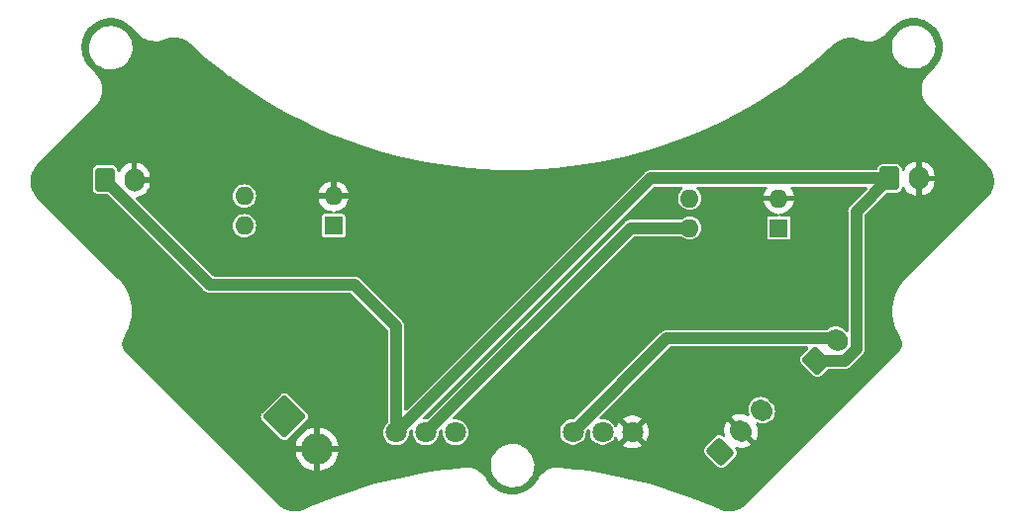
<source format=gbr>
%TF.GenerationSoftware,KiCad,Pcbnew,7.0.9*%
%TF.CreationDate,2024-12-16T15:20:58+09:00*%
%TF.ProjectId,kicker,6b69636b-6572-42e6-9b69-6361645f7063,rev?*%
%TF.SameCoordinates,Original*%
%TF.FileFunction,Copper,L2,Bot*%
%TF.FilePolarity,Positive*%
%FSLAX46Y46*%
G04 Gerber Fmt 4.6, Leading zero omitted, Abs format (unit mm)*
G04 Created by KiCad (PCBNEW 7.0.9) date 2024-12-16 15:20:58*
%MOMM*%
%LPD*%
G01*
G04 APERTURE LIST*
G04 Aperture macros list*
%AMRoundRect*
0 Rectangle with rounded corners*
0 $1 Rounding radius*
0 $2 $3 $4 $5 $6 $7 $8 $9 X,Y pos of 4 corners*
0 Add a 4 corners polygon primitive as box body*
4,1,4,$2,$3,$4,$5,$6,$7,$8,$9,$2,$3,0*
0 Add four circle primitives for the rounded corners*
1,1,$1+$1,$2,$3*
1,1,$1+$1,$4,$5*
1,1,$1+$1,$6,$7*
1,1,$1+$1,$8,$9*
0 Add four rect primitives between the rounded corners*
20,1,$1+$1,$2,$3,$4,$5,0*
20,1,$1+$1,$4,$5,$6,$7,0*
20,1,$1+$1,$6,$7,$8,$9,0*
20,1,$1+$1,$8,$9,$2,$3,0*%
%AMHorizOval*
0 Thick line with rounded ends*
0 $1 width*
0 $2 $3 position (X,Y) of the first rounded end (center of the circle)*
0 $4 $5 position (X,Y) of the second rounded end (center of the circle)*
0 Add line between two ends*
20,1,$1,$2,$3,$4,$5,0*
0 Add two circle primitives to create the rounded ends*
1,1,$1,$2,$3*
1,1,$1,$4,$5*%
G04 Aperture macros list end*
%TA.AperFunction,ComponentPad*%
%ADD10RoundRect,0.250001X-1.555634X0.000000X0.000000X-1.555634X1.555634X0.000000X0.000000X1.555634X0*%
%TD*%
%TA.AperFunction,ComponentPad*%
%ADD11C,2.700000*%
%TD*%
%TA.AperFunction,ComponentPad*%
%ADD12RoundRect,0.250000X0.106066X-0.954594X0.954594X-0.106066X-0.106066X0.954594X-0.954594X0.106066X0*%
%TD*%
%TA.AperFunction,ComponentPad*%
%ADD13HorizOval,1.700000X-0.106066X0.106066X0.106066X-0.106066X0*%
%TD*%
%TA.AperFunction,ComponentPad*%
%ADD14RoundRect,0.250000X-0.600000X-0.750000X0.600000X-0.750000X0.600000X0.750000X-0.600000X0.750000X0*%
%TD*%
%TA.AperFunction,ComponentPad*%
%ADD15O,1.700000X2.000000*%
%TD*%
%TA.AperFunction,ComponentPad*%
%ADD16R,1.600000X1.600000*%
%TD*%
%TA.AperFunction,ComponentPad*%
%ADD17O,1.600000X1.600000*%
%TD*%
%TA.AperFunction,ComponentPad*%
%ADD18RoundRect,0.250000X0.088388X-0.936916X0.936916X-0.088388X-0.088388X0.936916X-0.936916X0.088388X0*%
%TD*%
%TA.AperFunction,ComponentPad*%
%ADD19HorizOval,1.700000X-0.088388X0.088388X0.088388X-0.088388X0*%
%TD*%
%TA.AperFunction,ComponentPad*%
%ADD20C,1.800000*%
%TD*%
%TA.AperFunction,ViaPad*%
%ADD21C,0.800000*%
%TD*%
%TA.AperFunction,Conductor*%
%ADD22C,1.000000*%
%TD*%
G04 APERTURE END LIST*
D10*
%TO.P,J1,1,Pin_1*%
%TO.N,+48V*%
X164160000Y-75660000D03*
D11*
%TO.P,J1,2,Pin_2*%
%TO.N,GND*%
X166960143Y-78460143D03*
%TD*%
D12*
%TO.P,J4,1,Pin_1*%
%TO.N,Solenoid+*%
X209640000Y-70880000D03*
D13*
%TO.P,J4,2,Pin_2*%
%TO.N,Solenoid-*%
X211407767Y-69112233D03*
%TD*%
D14*
%TO.P,C1,1*%
%TO.N,Solenoid+*%
X148820000Y-55370000D03*
D15*
%TO.P,C1,2*%
%TO.N,GND*%
X151320000Y-55370000D03*
%TD*%
D16*
%TO.P,U1,1*%
%TO.N,Net-(R1-Pad2)*%
X206430000Y-59515000D03*
D17*
%TO.P,U1,2*%
%TO.N,GND*%
X206430000Y-56975000D03*
%TO.P,U1,3*%
%TO.N,Net-(R6-Pad1)*%
X198810000Y-56975000D03*
%TO.P,U1,4*%
%TO.N,Net-(Q1-G)*%
X198810000Y-59515000D03*
%TD*%
D18*
%TO.P,J3,1,Pin_1*%
%TO.N,FET1*%
X201430000Y-78660000D03*
D19*
%TO.P,J3,2,Pin_2*%
%TO.N,GND*%
X203197767Y-76892233D03*
%TO.P,J3,3,Pin_3*%
%TO.N,FET\uFF12*%
X204965534Y-75124466D03*
%TD*%
D20*
%TO.P,Q1,1,D*%
%TO.N,Solenoid+*%
X173720000Y-77031000D03*
%TO.P,Q1,2,G*%
%TO.N,Net-(Q1-G)*%
X176260000Y-77031000D03*
%TO.P,Q1,3,S*%
%TO.N,+48V*%
X178800000Y-77031000D03*
%TD*%
D14*
%TO.P,C2,1*%
%TO.N,Solenoid+*%
X215890000Y-55280000D03*
D15*
%TO.P,C2,2*%
%TO.N,GND*%
X218390000Y-55280000D03*
%TD*%
D20*
%TO.P,Q3,1,D*%
%TO.N,Solenoid-*%
X188830000Y-76980000D03*
%TO.P,Q3,2,G*%
%TO.N,Net-(Q3-G)*%
X191370000Y-76980000D03*
%TO.P,Q3,3,S*%
%TO.N,GND*%
X193910000Y-76980000D03*
%TD*%
D16*
%TO.P,U2,1*%
%TO.N,Net-(R8-Pad2)*%
X168360000Y-59320000D03*
D17*
%TO.P,U2,2*%
%TO.N,GND*%
X168360000Y-56780000D03*
%TO.P,U2,3*%
%TO.N,Net-(R3-Pad2)*%
X160740000Y-56780000D03*
%TO.P,U2,4*%
%TO.N,+15V*%
X160740000Y-59320000D03*
%TD*%
D21*
%TO.N,GND*%
X199644000Y-72288400D03*
X199771000Y-77216000D03*
X194487800Y-57988200D03*
X212572600Y-56591200D03*
X193243200Y-70637400D03*
X187528200Y-67894200D03*
X187045600Y-70535800D03*
X170230800Y-58039000D03*
X153289000Y-56845200D03*
X163690000Y-70750000D03*
X166370000Y-65730000D03*
%TD*%
D22*
%TO.N,Solenoid+*%
X173720000Y-77031000D02*
X173720000Y-67980000D01*
X173720000Y-67980000D02*
X170120000Y-64380000D01*
X195471000Y-55280000D02*
X215890000Y-55280000D01*
X209640000Y-70880000D02*
X212044164Y-70880000D01*
X213063833Y-58106167D02*
X215890000Y-55280000D01*
X173720000Y-77031000D02*
X195471000Y-55280000D01*
X170120000Y-64380000D02*
X157830000Y-64380000D01*
X212044164Y-70880000D02*
X213063833Y-69860331D01*
X157830000Y-64380000D02*
X148820000Y-55370000D01*
X213063833Y-69860331D02*
X213063833Y-58106167D01*
%TO.N,Solenoid-*%
X196839492Y-68970508D02*
X211266042Y-68970508D01*
X188830000Y-76980000D02*
X196839492Y-68970508D01*
X211266042Y-68970508D02*
X211407767Y-69112233D01*
%TO.N,Net-(Q1-G)*%
X176260000Y-77031000D02*
X193776000Y-59515000D01*
X193776000Y-59515000D02*
X198810000Y-59515000D01*
%TD*%
%TA.AperFunction,Conductor*%
%TO.N,GND*%
G36*
X218079046Y-41544843D02*
G01*
X218084575Y-41545154D01*
X218242819Y-41561193D01*
X218384611Y-41580779D01*
X218389728Y-41581708D01*
X218544709Y-41616665D01*
X218683374Y-41653988D01*
X218688073Y-41655457D01*
X218721476Y-41667373D01*
X218836252Y-41708319D01*
X218838890Y-41709328D01*
X218970866Y-41763359D01*
X218975027Y-41765248D01*
X219115656Y-41835536D01*
X219118381Y-41836986D01*
X219242641Y-41907186D01*
X219246332Y-41909445D01*
X219377352Y-41996098D01*
X219380153Y-41998065D01*
X219494674Y-42083314D01*
X219497838Y-42085834D01*
X219516666Y-42101859D01*
X219617414Y-42187609D01*
X219620180Y-42190112D01*
X219723138Y-42289067D01*
X219725755Y-42291738D01*
X219832174Y-42407166D01*
X219834805Y-42410214D01*
X219924549Y-42521294D01*
X219926639Y-42524033D01*
X220018385Y-42651467D01*
X220020789Y-42655065D01*
X220020802Y-42655085D01*
X220095864Y-42776450D01*
X220097446Y-42779159D01*
X220173220Y-42916829D01*
X220175303Y-42920974D01*
X220234501Y-43050653D01*
X220235623Y-43053269D01*
X220294318Y-43199236D01*
X220295979Y-43203894D01*
X220338768Y-43340967D01*
X220379829Y-43494394D01*
X220380970Y-43499513D01*
X220406164Y-43640430D01*
X220428459Y-43797880D01*
X220428990Y-43803399D01*
X220436293Y-43945758D01*
X220439455Y-44105072D01*
X220439295Y-44110914D01*
X220428759Y-44252260D01*
X220412638Y-44411337D01*
X220411717Y-44417411D01*
X220383777Y-44555191D01*
X220348406Y-44712021D01*
X220346664Y-44718224D01*
X220302241Y-44849750D01*
X220247723Y-45002580D01*
X220245115Y-45008799D01*
X220185902Y-45130944D01*
X220112096Y-45278621D01*
X220108595Y-45284732D01*
X220038447Y-45392492D01*
X219943572Y-45535949D01*
X219939165Y-45541825D01*
X219878377Y-45613595D01*
X219746508Y-45768533D01*
X219743133Y-45772191D01*
X219243085Y-46272238D01*
X219154769Y-46360553D01*
X219154766Y-46360556D01*
X218995129Y-46568592D01*
X218995125Y-46568597D01*
X218864011Y-46795687D01*
X218864006Y-46795698D01*
X218763646Y-47037980D01*
X218695772Y-47291286D01*
X218661543Y-47551272D01*
X218661543Y-47813528D01*
X218695772Y-48073514D01*
X218763646Y-48326820D01*
X218763652Y-48326837D01*
X218864000Y-48569088D01*
X218864011Y-48569112D01*
X218995126Y-48796203D01*
X218995130Y-48796208D01*
X219154766Y-49004243D01*
X219154776Y-49004254D01*
X219240349Y-49089825D01*
X219240353Y-49089830D01*
X219247420Y-49096897D01*
X219247421Y-49096898D01*
X224239618Y-54089094D01*
X224242378Y-54092041D01*
X224296401Y-54153642D01*
X224415671Y-54291284D01*
X224420361Y-54297433D01*
X224486282Y-54396089D01*
X224566052Y-54520211D01*
X224569503Y-54526314D01*
X224625113Y-54639079D01*
X224640129Y-54671959D01*
X224676600Y-54751818D01*
X224683762Y-54767499D01*
X224686076Y-54773330D01*
X224727464Y-54895254D01*
X224766608Y-55028563D01*
X224767928Y-55033937D01*
X224793034Y-55160147D01*
X224793595Y-55163420D01*
X224813022Y-55298539D01*
X224813521Y-55303309D01*
X224821973Y-55432261D01*
X224822106Y-55436318D01*
X224822106Y-55572455D01*
X224821973Y-55576511D01*
X224813521Y-55705485D01*
X224813022Y-55710256D01*
X224793600Y-55845347D01*
X224793039Y-55848619D01*
X224767932Y-55974848D01*
X224766611Y-55980222D01*
X224727467Y-56113534D01*
X224686083Y-56235446D01*
X224683770Y-56241275D01*
X224625122Y-56369702D01*
X224569513Y-56482466D01*
X224566062Y-56488569D01*
X224486287Y-56612703D01*
X224420393Y-56711322D01*
X224415691Y-56717487D01*
X224294976Y-56856783D01*
X224242578Y-56916530D01*
X224239804Y-56919492D01*
X217353386Y-63805909D01*
X217353324Y-63805942D01*
X217187854Y-63971450D01*
X217187850Y-63971454D01*
X216954042Y-64252384D01*
X216746835Y-64553441D01*
X216567934Y-64872143D01*
X216567932Y-64872147D01*
X216418835Y-65205822D01*
X216418832Y-65205831D01*
X216300774Y-65551720D01*
X216214742Y-65906933D01*
X216188077Y-66087864D01*
X216161453Y-66268515D01*
X216141352Y-66633421D01*
X216141352Y-66633458D01*
X216154603Y-66998663D01*
X216154606Y-66998702D01*
X216201101Y-67361195D01*
X216240730Y-67539359D01*
X216279466Y-67713512D01*
X216280456Y-67717960D01*
X216392002Y-68065997D01*
X216392003Y-68065998D01*
X216392004Y-68066001D01*
X216418528Y-68128482D01*
X216534815Y-68402417D01*
X216534819Y-68402425D01*
X216707704Y-68724413D01*
X216707708Y-68724419D01*
X216707715Y-68724432D01*
X216798144Y-68861281D01*
X216798183Y-68861365D01*
X216806984Y-68874663D01*
X216809741Y-68879246D01*
X216827918Y-68912647D01*
X216888762Y-69027770D01*
X216896551Y-69045850D01*
X216918040Y-69109153D01*
X216947452Y-69207513D01*
X216949299Y-69215646D01*
X216961214Y-69291358D01*
X216961689Y-69295121D01*
X216970766Y-69390451D01*
X216971038Y-69397269D01*
X216969854Y-69475748D01*
X216969547Y-69481047D01*
X216960051Y-69575031D01*
X216959293Y-69580282D01*
X216944759Y-69657406D01*
X216943128Y-69664035D01*
X216915162Y-69755632D01*
X216913946Y-69759220D01*
X216887134Y-69831009D01*
X216883697Y-69838611D01*
X216835200Y-69929108D01*
X216801486Y-69986830D01*
X216790243Y-70002983D01*
X216708032Y-70103101D01*
X216683011Y-70132818D01*
X216679422Y-70136729D01*
X203602521Y-83213629D01*
X203599800Y-83216191D01*
X203545372Y-83264423D01*
X203415487Y-83377981D01*
X203409915Y-83382319D01*
X203319693Y-83444649D01*
X203204370Y-83520943D01*
X203199008Y-83524115D01*
X203095790Y-83578378D01*
X202976774Y-83635944D01*
X202971815Y-83638081D01*
X202861495Y-83680038D01*
X202858755Y-83681008D01*
X202736278Y-83721126D01*
X202731887Y-83722387D01*
X202616439Y-83750991D01*
X202612785Y-83751780D01*
X202486633Y-83775073D01*
X202482938Y-83775641D01*
X202364880Y-83790151D01*
X202360328Y-83790541D01*
X202231609Y-83796805D01*
X202228702Y-83796878D01*
X202110673Y-83797082D01*
X202105280Y-83796857D01*
X201973554Y-83785590D01*
X201857748Y-83771763D01*
X201851607Y-83770715D01*
X201716620Y-83740628D01*
X201610088Y-83714627D01*
X201603352Y-83712571D01*
X201515012Y-83680017D01*
X201446485Y-83654764D01*
X201372604Y-83626958D01*
X201369151Y-83625538D01*
X200833344Y-83386147D01*
X200142929Y-83099856D01*
X200140259Y-83098710D01*
X200140086Y-83098677D01*
X199744060Y-82934459D01*
X198642933Y-82512459D01*
X197530773Y-82120459D01*
X196408397Y-81758746D01*
X195276630Y-81427586D01*
X194136303Y-81127222D01*
X192988254Y-80857876D01*
X191833327Y-80619743D01*
X190672369Y-80413001D01*
X189506235Y-80237801D01*
X189080674Y-80185615D01*
X189080554Y-80185563D01*
X189077614Y-80185239D01*
X188335781Y-80094270D01*
X187749506Y-80038451D01*
X187748819Y-80038385D01*
X187745283Y-80038049D01*
X187621033Y-80026220D01*
X187620497Y-80026203D01*
X187362837Y-80034919D01*
X187108435Y-80076626D01*
X186861480Y-80150641D01*
X186861473Y-80150643D01*
X186626079Y-80255728D01*
X186626064Y-80255735D01*
X186406083Y-80390172D01*
X186406082Y-80390173D01*
X186205192Y-80551711D01*
X186205183Y-80551719D01*
X186026677Y-80737711D01*
X186026671Y-80737719D01*
X185873501Y-80945092D01*
X185873495Y-80945100D01*
X185811717Y-81056138D01*
X185809857Y-81059261D01*
X185759889Y-81137819D01*
X185733606Y-81179139D01*
X185651435Y-81307334D01*
X185647261Y-81313091D01*
X185552576Y-81429065D01*
X185458337Y-81542069D01*
X185453789Y-81546961D01*
X185345199Y-81651832D01*
X185238223Y-81751609D01*
X185233445Y-81755635D01*
X185112745Y-81847359D01*
X184994343Y-81932874D01*
X184989472Y-81936056D01*
X184858447Y-82013121D01*
X184834028Y-82026474D01*
X184730310Y-82083187D01*
X184725476Y-82085564D01*
X184585945Y-82146795D01*
X184450056Y-82200331D01*
X184445376Y-82201962D01*
X184300628Y-82246005D01*
X184297930Y-82246760D01*
X184157661Y-82282607D01*
X184153239Y-82283567D01*
X184004282Y-82310245D01*
X184001087Y-82310731D01*
X183857483Y-82328790D01*
X183853407Y-82329167D01*
X183702319Y-82338104D01*
X183698658Y-82338212D01*
X183553945Y-82338212D01*
X183550284Y-82338104D01*
X183399195Y-82329167D01*
X183395119Y-82328790D01*
X183251515Y-82310731D01*
X183248320Y-82310245D01*
X183099363Y-82283567D01*
X183094941Y-82282607D01*
X182954672Y-82246760D01*
X182951974Y-82246005D01*
X182807226Y-82201961D01*
X182802546Y-82200331D01*
X182666658Y-82146795D01*
X182527126Y-82085564D01*
X182522292Y-82083187D01*
X182394170Y-82013129D01*
X182263123Y-81936051D01*
X182258264Y-81932877D01*
X182210303Y-81898238D01*
X182139858Y-81847359D01*
X182019157Y-81755635D01*
X182014379Y-81751608D01*
X181907404Y-81651832D01*
X181798813Y-81546961D01*
X181794264Y-81542068D01*
X181700027Y-81429065D01*
X181651325Y-81369414D01*
X181605331Y-81313077D01*
X181601166Y-81307333D01*
X181552807Y-81231887D01*
X181519070Y-81179252D01*
X181442748Y-81059264D01*
X181440875Y-81056118D01*
X181417447Y-81013985D01*
X181417324Y-81013803D01*
X181379109Y-80945104D01*
X181379101Y-80945093D01*
X181225944Y-80737712D01*
X181047435Y-80551703D01*
X180946982Y-80470923D01*
X180846531Y-80390144D01*
X180846531Y-80390143D01*
X180626558Y-80255708D01*
X180391135Y-80150612D01*
X180379943Y-80147258D01*
X180144179Y-80076603D01*
X180080575Y-80066177D01*
X179889772Y-80034901D01*
X179889752Y-80034899D01*
X179632108Y-80026196D01*
X179632107Y-80026196D01*
X179503738Y-80038390D01*
X179503240Y-80038438D01*
X178916823Y-80094271D01*
X178174958Y-80185243D01*
X178172092Y-80185559D01*
X178171930Y-80185615D01*
X177746369Y-80237801D01*
X176580235Y-80413002D01*
X175419278Y-80619744D01*
X174264350Y-80857876D01*
X173116301Y-81127222D01*
X171975974Y-81427586D01*
X170844207Y-81758746D01*
X169721831Y-82120459D01*
X168609671Y-82512459D01*
X167508544Y-82934458D01*
X167112516Y-83098676D01*
X167112392Y-83098689D01*
X167109745Y-83099825D01*
X166419259Y-83386146D01*
X165882658Y-83625893D01*
X165879199Y-83627314D01*
X165811123Y-83652929D01*
X165649255Y-83712599D01*
X165642502Y-83714661D01*
X165535959Y-83740658D01*
X165400997Y-83770729D01*
X165394857Y-83771777D01*
X165279058Y-83785596D01*
X165147346Y-83796857D01*
X165141952Y-83797083D01*
X165023895Y-83796872D01*
X165020989Y-83796799D01*
X164892286Y-83790531D01*
X164887734Y-83790141D01*
X164769670Y-83775625D01*
X164765976Y-83775058D01*
X164639841Y-83751765D01*
X164636190Y-83750976D01*
X164520729Y-83722368D01*
X164516343Y-83721108D01*
X164393863Y-83680986D01*
X164391123Y-83680017D01*
X164280797Y-83638057D01*
X164275839Y-83635919D01*
X164156840Y-83578362D01*
X164053605Y-83524092D01*
X164048243Y-83520920D01*
X163932907Y-83444618D01*
X163871133Y-83401943D01*
X163842692Y-83382295D01*
X163837124Y-83377960D01*
X163708374Y-83265414D01*
X163692830Y-83251640D01*
X163652612Y-83216002D01*
X163649911Y-83213458D01*
X159146596Y-78710143D01*
X165123297Y-78710143D01*
X165124295Y-78724097D01*
X165124296Y-78724105D01*
X165180543Y-78982671D01*
X165273027Y-79230630D01*
X165399844Y-79462878D01*
X165399845Y-79462879D01*
X165558434Y-79674728D01*
X165558444Y-79674740D01*
X165745545Y-79861841D01*
X165745557Y-79861851D01*
X165957406Y-80020440D01*
X165957407Y-80020441D01*
X166189656Y-80147258D01*
X166189655Y-80147258D01*
X166437614Y-80239742D01*
X166696180Y-80295989D01*
X166696188Y-80295990D01*
X166710142Y-80296988D01*
X166710143Y-80296988D01*
X166710143Y-79275462D01*
X166867700Y-79310143D01*
X167006227Y-79310143D01*
X167143945Y-79295165D01*
X167210143Y-79272860D01*
X167210143Y-80296988D01*
X167224097Y-80295990D01*
X167224105Y-80295989D01*
X167482671Y-80239742D01*
X167730630Y-80147258D01*
X167962878Y-80020441D01*
X167962879Y-80020440D01*
X168100039Y-79917763D01*
X181815787Y-79917763D01*
X181845413Y-80187013D01*
X181845415Y-80187024D01*
X181913926Y-80449082D01*
X181913928Y-80449088D01*
X182019870Y-80698390D01*
X182107505Y-80841985D01*
X182160979Y-80929605D01*
X182160986Y-80929615D01*
X182334253Y-81137819D01*
X182334259Y-81137824D01*
X182535998Y-81318582D01*
X182761910Y-81468044D01*
X183007176Y-81583020D01*
X183007183Y-81583022D01*
X183007185Y-81583023D01*
X183266557Y-81661057D01*
X183266564Y-81661058D01*
X183266569Y-81661060D01*
X183534561Y-81700500D01*
X183534566Y-81700500D01*
X183737636Y-81700500D01*
X183789133Y-81696730D01*
X183940156Y-81685677D01*
X184052758Y-81660593D01*
X184204546Y-81626782D01*
X184204548Y-81626781D01*
X184204553Y-81626780D01*
X184457558Y-81530014D01*
X184693777Y-81397441D01*
X184908177Y-81231888D01*
X185096186Y-81036881D01*
X185253799Y-80816579D01*
X185354999Y-80619744D01*
X185377649Y-80575690D01*
X185377651Y-80575684D01*
X185377656Y-80575675D01*
X185465118Y-80319305D01*
X185514319Y-80052933D01*
X185524212Y-79782235D01*
X185494586Y-79512982D01*
X185426072Y-79250912D01*
X185320130Y-79001610D01*
X185179018Y-78770390D01*
X185160708Y-78748388D01*
X185013594Y-78571611D01*
X200037495Y-78571611D01*
X200057736Y-78705898D01*
X200116658Y-78828253D01*
X200116659Y-78828254D01*
X200136160Y-78851791D01*
X201238209Y-79953840D01*
X201261746Y-79973341D01*
X201384101Y-80032264D01*
X201518388Y-80052505D01*
X201652676Y-80032264D01*
X201775031Y-79973341D01*
X201798568Y-79953840D01*
X202723840Y-79028568D01*
X202743341Y-79005031D01*
X202802264Y-78882676D01*
X202822505Y-78748388D01*
X202802264Y-78614101D01*
X202743341Y-78491746D01*
X202723840Y-78468209D01*
X202717454Y-78461823D01*
X202683969Y-78400500D01*
X202688953Y-78330808D01*
X202730825Y-78274875D01*
X202796289Y-78250458D01*
X202847546Y-78257620D01*
X202935414Y-78289602D01*
X203168043Y-78330620D01*
X203168048Y-78330621D01*
X203404262Y-78330621D01*
X203404266Y-78330620D01*
X203636894Y-78289602D01*
X203858866Y-78208810D01*
X203858873Y-78208807D01*
X204050279Y-78098298D01*
X203308218Y-77356237D01*
X203332966Y-77352679D01*
X203457212Y-77295938D01*
X203560440Y-77206491D01*
X203634286Y-77091584D01*
X203660702Y-77001615D01*
X204403832Y-77744745D01*
X204514341Y-77553339D01*
X204514344Y-77553332D01*
X204595136Y-77331361D01*
X204636154Y-77098732D01*
X204636155Y-77098727D01*
X204636155Y-76862514D01*
X204636154Y-76862509D01*
X204595136Y-76629880D01*
X204514344Y-76407909D01*
X204514343Y-76407908D01*
X204487362Y-76361175D01*
X204470889Y-76293275D01*
X204493741Y-76227248D01*
X204548662Y-76184057D01*
X204618215Y-76177415D01*
X204644000Y-76186552D01*
X204644332Y-76185752D01*
X204649959Y-76188081D01*
X204649967Y-76188086D01*
X204847988Y-76248154D01*
X205053922Y-76268437D01*
X205259856Y-76248154D01*
X205457877Y-76188086D01*
X205640372Y-76090539D01*
X205800332Y-75959264D01*
X205931607Y-75799304D01*
X206029154Y-75616809D01*
X206089222Y-75418788D01*
X206109505Y-75212854D01*
X206089222Y-75006920D01*
X206029154Y-74808899D01*
X205931607Y-74626404D01*
X205833230Y-74506531D01*
X205833229Y-74506530D01*
X205833225Y-74506525D01*
X205583474Y-74256774D01*
X205463599Y-74158395D01*
X205463597Y-74158394D01*
X205463596Y-74158393D01*
X205391250Y-74119722D01*
X205281104Y-74060847D01*
X205281101Y-74060846D01*
X205083080Y-74000778D01*
X205083077Y-74000777D01*
X205083079Y-74000777D01*
X204877146Y-73980495D01*
X204671214Y-74000777D01*
X204473187Y-74060847D01*
X204337840Y-74133193D01*
X204290696Y-74158393D01*
X204290694Y-74158394D01*
X204290693Y-74158395D01*
X204130735Y-74289667D01*
X203999463Y-74449625D01*
X203901915Y-74632119D01*
X203841845Y-74830146D01*
X203821563Y-75036078D01*
X203841845Y-75242009D01*
X203841846Y-75242012D01*
X203901914Y-75440033D01*
X203901915Y-75440036D01*
X203901916Y-75440037D01*
X203904248Y-75445668D01*
X203902212Y-75446511D01*
X203914423Y-75505232D01*
X203889405Y-75570469D01*
X203833090Y-75611825D01*
X203763355Y-75616169D01*
X203728825Y-75602637D01*
X203682097Y-75575658D01*
X203682090Y-75575655D01*
X203460119Y-75494863D01*
X203227490Y-75453845D01*
X202991267Y-75453845D01*
X202758639Y-75494863D01*
X202536667Y-75575655D01*
X202536663Y-75575657D01*
X202345253Y-75686166D01*
X203087315Y-76428228D01*
X203062568Y-76431787D01*
X202938322Y-76488528D01*
X202835094Y-76577975D01*
X202761248Y-76692882D01*
X202734831Y-76782850D01*
X201991700Y-76039719D01*
X201881191Y-76231129D01*
X201881189Y-76231133D01*
X201800397Y-76453104D01*
X201759379Y-76685733D01*
X201759379Y-76921956D01*
X201800397Y-77154585D01*
X201832379Y-77242453D01*
X201836810Y-77312182D01*
X201802840Y-77373238D01*
X201741253Y-77406235D01*
X201671603Y-77400698D01*
X201628176Y-77372545D01*
X201621795Y-77366164D01*
X201621791Y-77366160D01*
X201598254Y-77346659D01*
X201598253Y-77346658D01*
X201523788Y-77310798D01*
X201475899Y-77287736D01*
X201341612Y-77267495D01*
X201207324Y-77287736D01*
X201084969Y-77346658D01*
X201061427Y-77366164D01*
X200136164Y-78291427D01*
X200116658Y-78314969D01*
X200057736Y-78437324D01*
X200037495Y-78571611D01*
X185013594Y-78571611D01*
X185005746Y-78562180D01*
X185005740Y-78562175D01*
X184804002Y-78381418D01*
X184578092Y-78231957D01*
X184576910Y-78231403D01*
X184332824Y-78116980D01*
X184332819Y-78116978D01*
X184332814Y-78116976D01*
X184073442Y-78038942D01*
X184073428Y-78038939D01*
X183957791Y-78021921D01*
X183805439Y-77999500D01*
X183602369Y-77999500D01*
X183602364Y-77999500D01*
X183399844Y-78014323D01*
X183399831Y-78014325D01*
X183135453Y-78073217D01*
X183135446Y-78073220D01*
X182882439Y-78169987D01*
X182646226Y-78302557D01*
X182646224Y-78302558D01*
X182646223Y-78302559D01*
X182621283Y-78321817D01*
X182431822Y-78468112D01*
X182243822Y-78663109D01*
X182243816Y-78663116D01*
X182086202Y-78883419D01*
X182086199Y-78883424D01*
X181962350Y-79124309D01*
X181962343Y-79124327D01*
X181874884Y-79380685D01*
X181874881Y-79380699D01*
X181825681Y-79647068D01*
X181825680Y-79647075D01*
X181815787Y-79917763D01*
X168100039Y-79917763D01*
X168174728Y-79861851D01*
X168174740Y-79861841D01*
X168361841Y-79674740D01*
X168361851Y-79674728D01*
X168520440Y-79462879D01*
X168520441Y-79462878D01*
X168647258Y-79230630D01*
X168739742Y-78982671D01*
X168795989Y-78724105D01*
X168795990Y-78724097D01*
X168796988Y-78710143D01*
X167775519Y-78710143D01*
X167783990Y-78688883D01*
X167813901Y-78506432D01*
X167803892Y-78321817D01*
X167772885Y-78210143D01*
X168796989Y-78210143D01*
X168796988Y-78210142D01*
X168795990Y-78196188D01*
X168795989Y-78196180D01*
X168739742Y-77937614D01*
X168647258Y-77689655D01*
X168520441Y-77457407D01*
X168520440Y-77457406D01*
X168361851Y-77245557D01*
X168361841Y-77245545D01*
X168174740Y-77058444D01*
X168174728Y-77058434D01*
X167962879Y-76899845D01*
X167962878Y-76899844D01*
X167730629Y-76773027D01*
X167730630Y-76773027D01*
X167482671Y-76680543D01*
X167224103Y-76624296D01*
X167224093Y-76624294D01*
X167210143Y-76623295D01*
X167210143Y-77644823D01*
X167052586Y-77610143D01*
X166914059Y-77610143D01*
X166776341Y-77625121D01*
X166710143Y-77647425D01*
X166710143Y-76623296D01*
X166710142Y-76623295D01*
X166696192Y-76624294D01*
X166696182Y-76624296D01*
X166437614Y-76680543D01*
X166189655Y-76773027D01*
X165957407Y-76899844D01*
X165957406Y-76899845D01*
X165745557Y-77058434D01*
X165745545Y-77058444D01*
X165558444Y-77245545D01*
X165558434Y-77245557D01*
X165399845Y-77457406D01*
X165399844Y-77457407D01*
X165273027Y-77689655D01*
X165180543Y-77937614D01*
X165124296Y-78196180D01*
X165124295Y-78196188D01*
X165123297Y-78210142D01*
X165123297Y-78210143D01*
X166144767Y-78210143D01*
X166136296Y-78231403D01*
X166106385Y-78413854D01*
X166116394Y-78598469D01*
X166147401Y-78710143D01*
X165123297Y-78710143D01*
X159146596Y-78710143D01*
X157116996Y-76680543D01*
X156096453Y-75660000D01*
X162148776Y-75660000D01*
X162169017Y-75794287D01*
X162227943Y-75916647D01*
X162247433Y-75940170D01*
X162247437Y-75940174D01*
X162247442Y-75940180D01*
X163879820Y-77572556D01*
X163903357Y-77592059D01*
X164025713Y-77650983D01*
X164160000Y-77671224D01*
X164294287Y-77650983D01*
X164416643Y-77592059D01*
X164440180Y-77572558D01*
X166072556Y-75940180D01*
X166092059Y-75916643D01*
X166150983Y-75794287D01*
X166171224Y-75660000D01*
X166150983Y-75525713D01*
X166092059Y-75403357D01*
X166092057Y-75403355D01*
X166092056Y-75403352D01*
X166072566Y-75379829D01*
X166072554Y-75379816D01*
X164440182Y-73747446D01*
X164440177Y-73747442D01*
X164416643Y-73727941D01*
X164294287Y-73669017D01*
X164160000Y-73648776D01*
X164025712Y-73669017D01*
X163903352Y-73727943D01*
X163879829Y-73747433D01*
X163879816Y-73747445D01*
X162247446Y-75379817D01*
X162247439Y-75379825D01*
X162227940Y-75403358D01*
X162169017Y-75525712D01*
X162148776Y-75660000D01*
X156096453Y-75660000D01*
X150573090Y-70136637D01*
X150569513Y-70132739D01*
X150544974Y-70103594D01*
X150483829Y-70029142D01*
X150462346Y-70002983D01*
X150451109Y-69986840D01*
X150417386Y-69929102D01*
X150368892Y-69838608D01*
X150365461Y-69831019D01*
X150338643Y-69759216D01*
X150337436Y-69755660D01*
X150309463Y-69664035D01*
X150307836Y-69657427D01*
X150293292Y-69580256D01*
X150292541Y-69575054D01*
X150283041Y-69481022D01*
X150282737Y-69475771D01*
X150281552Y-69397269D01*
X150281824Y-69390452D01*
X150281824Y-69390451D01*
X150290905Y-69295084D01*
X150291371Y-69291394D01*
X150303291Y-69215643D01*
X150305138Y-69207513D01*
X150334551Y-69109153D01*
X150356043Y-69045837D01*
X150363821Y-69027783D01*
X150425017Y-68912010D01*
X150442802Y-68879332D01*
X150445549Y-68874767D01*
X150472396Y-68834206D01*
X150472633Y-68833746D01*
X150544878Y-68724419D01*
X150717770Y-68402417D01*
X150860585Y-68065995D01*
X150972133Y-67717953D01*
X151051486Y-67361190D01*
X151077899Y-67155257D01*
X151097980Y-66998699D01*
X151097983Y-66998665D01*
X151111234Y-66633458D01*
X151111235Y-66633439D01*
X151101187Y-66451028D01*
X151091134Y-66268518D01*
X151091133Y-66268515D01*
X151091133Y-66268511D01*
X151037845Y-65906936D01*
X150951814Y-65551725D01*
X150833757Y-65205837D01*
X150684656Y-64872152D01*
X150505755Y-64553451D01*
X150298543Y-64252387D01*
X150064745Y-63971469D01*
X149994069Y-63900776D01*
X149993851Y-63900377D01*
X149935543Y-63842236D01*
X149935544Y-63842236D01*
X149935190Y-63841883D01*
X143012977Y-56919669D01*
X143010218Y-56916723D01*
X143000067Y-56905148D01*
X142956149Y-56855069D01*
X142836928Y-56717479D01*
X142832237Y-56711327D01*
X142826962Y-56703433D01*
X142766332Y-56612693D01*
X142686557Y-56488560D01*
X142683115Y-56482475D01*
X142627485Y-56369667D01*
X142568852Y-56241275D01*
X142568852Y-56241274D01*
X142566539Y-56235445D01*
X142545772Y-56174267D01*
X147769500Y-56174267D01*
X147772353Y-56204699D01*
X147772353Y-56204701D01*
X147813580Y-56322517D01*
X147817207Y-56332882D01*
X147897850Y-56442150D01*
X148007118Y-56522793D01*
X148023948Y-56528682D01*
X148135299Y-56567646D01*
X148165730Y-56570500D01*
X148165734Y-56570500D01*
X148978481Y-56570500D01*
X149045520Y-56590185D01*
X149066162Y-56606819D01*
X157318399Y-64859056D01*
X157320935Y-64861750D01*
X157362071Y-64908183D01*
X157362073Y-64908185D01*
X157389021Y-64926786D01*
X157413117Y-64943417D01*
X157416107Y-64945617D01*
X157464943Y-64983878D01*
X157474180Y-64988035D01*
X157493726Y-64999058D01*
X157502070Y-65004818D01*
X157560052Y-65026807D01*
X157563514Y-65028241D01*
X157620068Y-65053694D01*
X157630030Y-65055519D01*
X157651651Y-65061546D01*
X157661125Y-65065139D01*
X157661128Y-65065140D01*
X157677871Y-65067173D01*
X157722689Y-65072615D01*
X157726386Y-65073177D01*
X157787394Y-65084357D01*
X157787395Y-65084356D01*
X157787396Y-65084357D01*
X157849293Y-65080613D01*
X157853037Y-65080500D01*
X169778481Y-65080500D01*
X169845520Y-65100185D01*
X169866162Y-65116819D01*
X172983181Y-68233838D01*
X173016666Y-68295161D01*
X173019500Y-68321519D01*
X173019500Y-76125680D01*
X172999815Y-76192719D01*
X172979039Y-76217317D01*
X172903235Y-76286421D01*
X172780327Y-76449178D01*
X172689422Y-76631739D01*
X172689417Y-76631752D01*
X172633602Y-76827917D01*
X172614785Y-77030999D01*
X172614785Y-77031000D01*
X172633602Y-77234082D01*
X172689417Y-77430247D01*
X172689422Y-77430260D01*
X172780327Y-77612821D01*
X172903237Y-77775581D01*
X173053958Y-77912980D01*
X173053960Y-77912982D01*
X173144995Y-77969348D01*
X173227363Y-78020348D01*
X173417544Y-78094024D01*
X173618024Y-78131500D01*
X173618026Y-78131500D01*
X173821974Y-78131500D01*
X173821976Y-78131500D01*
X174022456Y-78094024D01*
X174212637Y-78020348D01*
X174386041Y-77912981D01*
X174514122Y-77796219D01*
X174536762Y-77775581D01*
X174536764Y-77775579D01*
X174659673Y-77612821D01*
X174750582Y-77430250D01*
X174806397Y-77234083D01*
X174825215Y-77031000D01*
X174820870Y-76984115D01*
X174834284Y-76915549D01*
X174856657Y-76884998D01*
X174957304Y-76784351D01*
X175018625Y-76750868D01*
X175088317Y-76755852D01*
X175144250Y-76797724D01*
X175168667Y-76863188D01*
X175168454Y-76883474D01*
X175154785Y-77030997D01*
X175154785Y-77031000D01*
X175173602Y-77234082D01*
X175229417Y-77430247D01*
X175229422Y-77430260D01*
X175320327Y-77612821D01*
X175443237Y-77775581D01*
X175593958Y-77912980D01*
X175593960Y-77912982D01*
X175684995Y-77969348D01*
X175767363Y-78020348D01*
X175957544Y-78094024D01*
X176158024Y-78131500D01*
X176158026Y-78131500D01*
X176361974Y-78131500D01*
X176361976Y-78131500D01*
X176562456Y-78094024D01*
X176752637Y-78020348D01*
X176926041Y-77912981D01*
X177054122Y-77796219D01*
X177076762Y-77775581D01*
X177076764Y-77775579D01*
X177199673Y-77612821D01*
X177290582Y-77430250D01*
X177346397Y-77234083D01*
X177365215Y-77031000D01*
X177360870Y-76984115D01*
X177374284Y-76915549D01*
X177396657Y-76884998D01*
X177497304Y-76784351D01*
X177558625Y-76750868D01*
X177628317Y-76755852D01*
X177684250Y-76797724D01*
X177708667Y-76863188D01*
X177708454Y-76883474D01*
X177694785Y-77030997D01*
X177694785Y-77031000D01*
X177713602Y-77234082D01*
X177769417Y-77430247D01*
X177769422Y-77430260D01*
X177860327Y-77612821D01*
X177983237Y-77775581D01*
X178133958Y-77912980D01*
X178133960Y-77912982D01*
X178224995Y-77969348D01*
X178307363Y-78020348D01*
X178497544Y-78094024D01*
X178698024Y-78131500D01*
X178698026Y-78131500D01*
X178901974Y-78131500D01*
X178901976Y-78131500D01*
X179102456Y-78094024D01*
X179292637Y-78020348D01*
X179466041Y-77912981D01*
X179594122Y-77796219D01*
X179616762Y-77775581D01*
X179616764Y-77775579D01*
X179739673Y-77612821D01*
X179830582Y-77430250D01*
X179886397Y-77234083D01*
X179905215Y-77031000D01*
X179886397Y-76827917D01*
X179830582Y-76631750D01*
X179827941Y-76626447D01*
X179741627Y-76453104D01*
X179739673Y-76449179D01*
X179653776Y-76335433D01*
X179616762Y-76286418D01*
X179466041Y-76149019D01*
X179466039Y-76149017D01*
X179292642Y-76041655D01*
X179292635Y-76041651D01*
X179197546Y-76004814D01*
X179102456Y-75967976D01*
X178901976Y-75930500D01*
X178698024Y-75930500D01*
X178665020Y-75936669D01*
X178595505Y-75929637D01*
X178540827Y-75886139D01*
X178518346Y-75819985D01*
X178535200Y-75752178D01*
X178554552Y-75727103D01*
X194029838Y-60251819D01*
X194091161Y-60218334D01*
X194117519Y-60215500D01*
X198042098Y-60215500D01*
X198109137Y-60235185D01*
X198120757Y-60243642D01*
X198130720Y-60251819D01*
X198251460Y-60350909D01*
X198251467Y-60350913D01*
X198425266Y-60443811D01*
X198425269Y-60443811D01*
X198425273Y-60443814D01*
X198613868Y-60501024D01*
X198810000Y-60520341D01*
X199006132Y-60501024D01*
X199194727Y-60443814D01*
X199368538Y-60350910D01*
X199520883Y-60225883D01*
X199645910Y-60073538D01*
X199738814Y-59899727D01*
X199796024Y-59711132D01*
X199815341Y-59515000D01*
X199796024Y-59318868D01*
X199738814Y-59130273D01*
X199738811Y-59130269D01*
X199738811Y-59130266D01*
X199645913Y-58956467D01*
X199645909Y-58956460D01*
X199520883Y-58804116D01*
X199368539Y-58679090D01*
X199368532Y-58679086D01*
X199194733Y-58586188D01*
X199194727Y-58586186D01*
X199006132Y-58528976D01*
X199006129Y-58528975D01*
X198810000Y-58509659D01*
X198613870Y-58528975D01*
X198425266Y-58586188D01*
X198251467Y-58679086D01*
X198251460Y-58679090D01*
X198151796Y-58760883D01*
X198120761Y-58786353D01*
X198056454Y-58813666D01*
X198042098Y-58814500D01*
X193799048Y-58814500D01*
X193795303Y-58814387D01*
X193733396Y-58810642D01*
X193733389Y-58810642D01*
X193672386Y-58821821D01*
X193668685Y-58822384D01*
X193607128Y-58829859D01*
X193607121Y-58829861D01*
X193597647Y-58833454D01*
X193576049Y-58839475D01*
X193566069Y-58841304D01*
X193509519Y-58866755D01*
X193506060Y-58868188D01*
X193448071Y-58890181D01*
X193448066Y-58890184D01*
X193439722Y-58895943D01*
X193420187Y-58906961D01*
X193410947Y-58911120D01*
X193410945Y-58911121D01*
X193362136Y-58949359D01*
X193359122Y-58951576D01*
X193308070Y-58986817D01*
X193308068Y-58986818D01*
X193266942Y-59033240D01*
X193264375Y-59035966D01*
X176406161Y-75894181D01*
X176344838Y-75927666D01*
X176318480Y-75930500D01*
X176158024Y-75930500D01*
X176125020Y-75936669D01*
X176055505Y-75929637D01*
X176000827Y-75886139D01*
X175978346Y-75819985D01*
X175995200Y-75752178D01*
X176014552Y-75727103D01*
X195724838Y-56016819D01*
X195786161Y-55983334D01*
X195812519Y-55980500D01*
X198098148Y-55980500D01*
X198165187Y-56000185D01*
X198210942Y-56052989D01*
X198220886Y-56122147D01*
X198191861Y-56185703D01*
X198176813Y-56200353D01*
X198099116Y-56264116D01*
X197974090Y-56416460D01*
X197974086Y-56416467D01*
X197881188Y-56590266D01*
X197823975Y-56778870D01*
X197804659Y-56975000D01*
X197823975Y-57171129D01*
X197881188Y-57359733D01*
X197974086Y-57533532D01*
X197974090Y-57533539D01*
X198099116Y-57685883D01*
X198251460Y-57810909D01*
X198251467Y-57810913D01*
X198425266Y-57903811D01*
X198425269Y-57903811D01*
X198425273Y-57903814D01*
X198613868Y-57961024D01*
X198810000Y-57980341D01*
X199006132Y-57961024D01*
X199194727Y-57903814D01*
X199208907Y-57896235D01*
X199317920Y-57837966D01*
X199368538Y-57810910D01*
X199520883Y-57685883D01*
X199645910Y-57533538D01*
X199705893Y-57421317D01*
X199738811Y-57359733D01*
X199738811Y-57359732D01*
X199738814Y-57359727D01*
X199796024Y-57171132D01*
X199815341Y-56975000D01*
X199796024Y-56778868D01*
X199738814Y-56590273D01*
X199738811Y-56590269D01*
X199738811Y-56590266D01*
X199645913Y-56416467D01*
X199645909Y-56416460D01*
X199520883Y-56264116D01*
X199443187Y-56200353D01*
X199403853Y-56142608D01*
X199401982Y-56072763D01*
X199438169Y-56012995D01*
X199500925Y-55982279D01*
X199521852Y-55980500D01*
X205301148Y-55980500D01*
X205368187Y-56000185D01*
X205413942Y-56052989D01*
X205423886Y-56122147D01*
X205402723Y-56175624D01*
X205299865Y-56322517D01*
X205203734Y-56528673D01*
X205203730Y-56528682D01*
X205151127Y-56724999D01*
X205151128Y-56725000D01*
X206114314Y-56725000D01*
X206102359Y-56736955D01*
X206044835Y-56849852D01*
X206025014Y-56975000D01*
X206044835Y-57100148D01*
X206102359Y-57213045D01*
X206114314Y-57225000D01*
X205151128Y-57225000D01*
X205203730Y-57421317D01*
X205203734Y-57421326D01*
X205299865Y-57627482D01*
X205430342Y-57813820D01*
X205591179Y-57974657D01*
X205777517Y-58105134D01*
X205983673Y-58201265D01*
X205983682Y-58201269D01*
X206203389Y-58260139D01*
X206203400Y-58260141D01*
X206281475Y-58266972D01*
X206346544Y-58292424D01*
X206387523Y-58349015D01*
X206391401Y-58418777D01*
X206356947Y-58479561D01*
X206295100Y-58512069D01*
X206270668Y-58514500D01*
X205610247Y-58514500D01*
X205551770Y-58526131D01*
X205551769Y-58526132D01*
X205485447Y-58570447D01*
X205441132Y-58636769D01*
X205441131Y-58636770D01*
X205429500Y-58695247D01*
X205429500Y-60334752D01*
X205441131Y-60393229D01*
X205441132Y-60393230D01*
X205485447Y-60459552D01*
X205551769Y-60503867D01*
X205551770Y-60503868D01*
X205610247Y-60515499D01*
X205610250Y-60515500D01*
X205610252Y-60515500D01*
X207249750Y-60515500D01*
X207249751Y-60515499D01*
X207264568Y-60512552D01*
X207308229Y-60503868D01*
X207308229Y-60503867D01*
X207308231Y-60503867D01*
X207374552Y-60459552D01*
X207418867Y-60393231D01*
X207418867Y-60393229D01*
X207418868Y-60393229D01*
X207430499Y-60334752D01*
X207430500Y-60334750D01*
X207430500Y-58695249D01*
X207430499Y-58695247D01*
X207418868Y-58636770D01*
X207418867Y-58636769D01*
X207374552Y-58570447D01*
X207308230Y-58526132D01*
X207308229Y-58526131D01*
X207249752Y-58514500D01*
X207249748Y-58514500D01*
X206589332Y-58514500D01*
X206522293Y-58494815D01*
X206476538Y-58442011D01*
X206466594Y-58372853D01*
X206495619Y-58309297D01*
X206554397Y-58271523D01*
X206578525Y-58266972D01*
X206656599Y-58260141D01*
X206656610Y-58260139D01*
X206876317Y-58201269D01*
X206876326Y-58201265D01*
X207082482Y-58105134D01*
X207268820Y-57974657D01*
X207429657Y-57813820D01*
X207560134Y-57627482D01*
X207656265Y-57421326D01*
X207656269Y-57421317D01*
X207708872Y-57225000D01*
X206745686Y-57225000D01*
X206757641Y-57213045D01*
X206815165Y-57100148D01*
X206834986Y-56975000D01*
X206815165Y-56849852D01*
X206757641Y-56736955D01*
X206745686Y-56725000D01*
X207708872Y-56725000D01*
X207708872Y-56724999D01*
X207656269Y-56528682D01*
X207656265Y-56528673D01*
X207560134Y-56322517D01*
X207457277Y-56175624D01*
X207434950Y-56109418D01*
X207451960Y-56041650D01*
X207502908Y-55993837D01*
X207558852Y-55980500D01*
X213899481Y-55980500D01*
X213966520Y-56000185D01*
X214012275Y-56052989D01*
X214022219Y-56122147D01*
X213993194Y-56185703D01*
X213987162Y-56192181D01*
X212584799Y-57594542D01*
X212582073Y-57597109D01*
X212535651Y-57638235D01*
X212500419Y-57689276D01*
X212498201Y-57692291D01*
X212459957Y-57741106D01*
X212459952Y-57741115D01*
X212455793Y-57750355D01*
X212444775Y-57769890D01*
X212439020Y-57778228D01*
X212439016Y-57778234D01*
X212439015Y-57778237D01*
X212439013Y-57778241D01*
X212439012Y-57778244D01*
X212417022Y-57836222D01*
X212415590Y-57839680D01*
X212390138Y-57896235D01*
X212388310Y-57906209D01*
X212382286Y-57927820D01*
X212378693Y-57937294D01*
X212378692Y-57937295D01*
X212371217Y-57998852D01*
X212370654Y-58002553D01*
X212359475Y-58063557D01*
X212359475Y-58063562D01*
X212363220Y-58125469D01*
X212363333Y-58129214D01*
X212363333Y-68282805D01*
X212343648Y-68349844D01*
X212290844Y-68395599D01*
X212221686Y-68405543D01*
X212158130Y-68376518D01*
X212151652Y-68370486D01*
X212008029Y-68226863D01*
X211888154Y-68128484D01*
X211888152Y-68128483D01*
X211888151Y-68128482D01*
X211771259Y-68066001D01*
X211705659Y-68030936D01*
X211705656Y-68030935D01*
X211507635Y-67970867D01*
X211507632Y-67970866D01*
X211507634Y-67970866D01*
X211301701Y-67950584D01*
X211095769Y-67970866D01*
X210897742Y-68030936D01*
X210715247Y-68128484D01*
X210612152Y-68213092D01*
X210577096Y-68241861D01*
X210512788Y-68269174D01*
X210498433Y-68270008D01*
X196862529Y-68270008D01*
X196858785Y-68269895D01*
X196796889Y-68266151D01*
X196796882Y-68266151D01*
X196735894Y-68277327D01*
X196732193Y-68277890D01*
X196670617Y-68285368D01*
X196661134Y-68288964D01*
X196639530Y-68294986D01*
X196638579Y-68295161D01*
X196629557Y-68296814D01*
X196573014Y-68322262D01*
X196569555Y-68323695D01*
X196533359Y-68337423D01*
X196511562Y-68345690D01*
X196511560Y-68345691D01*
X196511558Y-68345692D01*
X196511553Y-68345694D01*
X196503214Y-68351450D01*
X196483682Y-68362467D01*
X196474438Y-68366628D01*
X196425616Y-68404876D01*
X196422601Y-68407094D01*
X196371560Y-68442326D01*
X196330434Y-68488748D01*
X196327867Y-68491474D01*
X188976161Y-75843181D01*
X188914838Y-75876666D01*
X188888480Y-75879500D01*
X188728024Y-75879500D01*
X188527544Y-75916976D01*
X188527541Y-75916976D01*
X188527541Y-75916977D01*
X188337364Y-75990651D01*
X188337357Y-75990655D01*
X188163960Y-76098017D01*
X188163958Y-76098019D01*
X188013237Y-76235418D01*
X187890327Y-76398178D01*
X187799422Y-76580739D01*
X187799417Y-76580752D01*
X187743602Y-76776917D01*
X187724785Y-76979999D01*
X187724785Y-76980000D01*
X187743602Y-77183082D01*
X187799417Y-77379247D01*
X187799422Y-77379260D01*
X187890327Y-77561821D01*
X188013237Y-77724581D01*
X188163958Y-77861980D01*
X188163960Y-77861982D01*
X188246325Y-77912980D01*
X188337363Y-77969348D01*
X188527544Y-78043024D01*
X188728024Y-78080500D01*
X188728026Y-78080500D01*
X188931974Y-78080500D01*
X188931976Y-78080500D01*
X189132456Y-78043024D01*
X189322637Y-77969348D01*
X189496041Y-77861981D01*
X189646764Y-77724579D01*
X189769673Y-77561821D01*
X189860582Y-77379250D01*
X189916397Y-77183083D01*
X189935215Y-76980000D01*
X189930870Y-76933115D01*
X189944284Y-76864549D01*
X189966657Y-76833998D01*
X190067304Y-76733351D01*
X190128625Y-76699868D01*
X190198317Y-76704852D01*
X190254250Y-76746724D01*
X190278667Y-76812188D01*
X190278454Y-76832474D01*
X190264785Y-76979997D01*
X190264785Y-76980000D01*
X190283602Y-77183082D01*
X190339417Y-77379247D01*
X190339422Y-77379260D01*
X190430327Y-77561821D01*
X190553237Y-77724581D01*
X190703958Y-77861980D01*
X190703960Y-77861982D01*
X190786325Y-77912980D01*
X190877363Y-77969348D01*
X191067544Y-78043024D01*
X191268024Y-78080500D01*
X191268026Y-78080500D01*
X191471974Y-78080500D01*
X191471976Y-78080500D01*
X191672456Y-78043024D01*
X191862637Y-77969348D01*
X192036041Y-77861981D01*
X192186764Y-77724579D01*
X192309673Y-77561821D01*
X192361665Y-77457406D01*
X192365292Y-77450123D01*
X192412794Y-77398886D01*
X192480457Y-77381464D01*
X192546798Y-77403389D01*
X192589848Y-77455584D01*
X192674516Y-77648609D01*
X192758811Y-77777633D01*
X193426922Y-77109523D01*
X193450507Y-77189844D01*
X193528239Y-77310798D01*
X193636900Y-77404952D01*
X193767685Y-77464680D01*
X193777466Y-77466086D01*
X193111199Y-78132351D01*
X193141650Y-78156050D01*
X193345697Y-78266476D01*
X193345706Y-78266479D01*
X193565139Y-78341811D01*
X193793993Y-78380000D01*
X194026007Y-78380000D01*
X194254860Y-78341811D01*
X194474293Y-78266479D01*
X194474302Y-78266476D01*
X194678350Y-78156050D01*
X194708798Y-78132351D01*
X194042533Y-77466086D01*
X194052315Y-77464680D01*
X194183100Y-77404952D01*
X194291761Y-77310798D01*
X194369493Y-77189844D01*
X194393076Y-77109524D01*
X195061186Y-77777634D01*
X195145484Y-77648606D01*
X195238682Y-77436135D01*
X195295638Y-77211218D01*
X195314798Y-76980005D01*
X195314798Y-76979994D01*
X195295638Y-76748781D01*
X195238682Y-76523864D01*
X195145483Y-76311390D01*
X195061186Y-76182364D01*
X194393076Y-76850475D01*
X194369493Y-76770156D01*
X194291761Y-76649202D01*
X194183100Y-76555048D01*
X194052315Y-76495320D01*
X194042534Y-76493913D01*
X194708799Y-75827648D01*
X194708799Y-75827647D01*
X194678349Y-75803949D01*
X194474302Y-75693523D01*
X194474293Y-75693520D01*
X194254860Y-75618188D01*
X194026007Y-75580000D01*
X193793993Y-75580000D01*
X193565139Y-75618188D01*
X193345706Y-75693520D01*
X193345698Y-75693523D01*
X193141644Y-75803952D01*
X193111200Y-75827646D01*
X193111200Y-75827647D01*
X193777466Y-76493913D01*
X193767685Y-76495320D01*
X193636900Y-76555048D01*
X193528239Y-76649202D01*
X193450507Y-76770156D01*
X193426923Y-76850475D01*
X192758812Y-76182365D01*
X192674516Y-76311391D01*
X192674514Y-76311395D01*
X192589848Y-76504415D01*
X192544892Y-76557901D01*
X192478156Y-76578591D01*
X192410828Y-76559916D01*
X192365292Y-76509877D01*
X192335067Y-76449178D01*
X192309673Y-76398179D01*
X192223776Y-76284433D01*
X192186762Y-76235418D01*
X192036041Y-76098019D01*
X192036039Y-76098017D01*
X191862642Y-75990655D01*
X191862635Y-75990651D01*
X191767546Y-75953814D01*
X191672456Y-75916976D01*
X191471976Y-75879500D01*
X191268024Y-75879500D01*
X191235020Y-75885669D01*
X191165505Y-75878637D01*
X191110827Y-75835139D01*
X191088346Y-75768985D01*
X191105200Y-75701178D01*
X191124552Y-75676103D01*
X197093330Y-69707327D01*
X197154653Y-69673842D01*
X197181011Y-69671008D01*
X208851866Y-69671008D01*
X208918905Y-69690693D01*
X208964660Y-69743497D01*
X208974604Y-69812655D01*
X208945579Y-69876211D01*
X208939547Y-69882689D01*
X208328499Y-70493735D01*
X208328475Y-70493762D01*
X208308981Y-70517290D01*
X208308978Y-70517295D01*
X208250058Y-70639644D01*
X208250058Y-70639647D01*
X208229817Y-70773934D01*
X208250058Y-70908220D01*
X208250058Y-70908223D01*
X208308978Y-71030572D01*
X208308981Y-71030577D01*
X208321550Y-71045747D01*
X208328482Y-71054114D01*
X208328491Y-71054123D01*
X208328499Y-71054132D01*
X209465867Y-72191500D01*
X209465876Y-72191508D01*
X209465886Y-72191518D01*
X209477391Y-72201050D01*
X209489422Y-72211018D01*
X209489427Y-72211021D01*
X209604162Y-72266274D01*
X209611779Y-72269942D01*
X209746066Y-72290183D01*
X209880353Y-72269942D01*
X210002708Y-72211019D01*
X210026246Y-72191518D01*
X210600945Y-71616819D01*
X210662268Y-71583334D01*
X210688626Y-71580500D01*
X212021116Y-71580500D01*
X212024861Y-71580613D01*
X212032206Y-71581057D01*
X212086770Y-71584358D01*
X212124478Y-71577447D01*
X212147785Y-71573177D01*
X212151489Y-71572613D01*
X212169334Y-71570446D01*
X212213036Y-71565140D01*
X212222499Y-71561550D01*
X212244125Y-71555522D01*
X212245057Y-71555351D01*
X212254096Y-71553695D01*
X212310676Y-71528229D01*
X212314106Y-71526809D01*
X212372094Y-71504818D01*
X212380430Y-71499062D01*
X212399985Y-71488034D01*
X212409221Y-71483878D01*
X212458060Y-71445613D01*
X212461040Y-71443421D01*
X212512093Y-71408183D01*
X212553229Y-71361748D01*
X212555763Y-71359056D01*
X213542889Y-70371930D01*
X213545581Y-70369396D01*
X213592016Y-70328260D01*
X213627250Y-70277214D01*
X213629453Y-70274218D01*
X213667711Y-70225387D01*
X213671870Y-70216144D01*
X213682894Y-70196599D01*
X213688651Y-70188261D01*
X213710643Y-70130270D01*
X213712065Y-70126834D01*
X213737528Y-70070262D01*
X213739355Y-70060290D01*
X213745379Y-70038678D01*
X213748973Y-70029203D01*
X213756446Y-69967655D01*
X213757010Y-69963950D01*
X213762419Y-69934431D01*
X213768191Y-69902937D01*
X213764446Y-69841027D01*
X213764333Y-69837282D01*
X213764333Y-58447686D01*
X213784018Y-58380647D01*
X213800652Y-58360005D01*
X215643838Y-56516819D01*
X215705161Y-56483334D01*
X215731519Y-56480500D01*
X216544270Y-56480500D01*
X216574699Y-56477646D01*
X216574701Y-56477646D01*
X216646965Y-56452359D01*
X216702882Y-56432793D01*
X216812150Y-56352150D01*
X216892793Y-56242882D01*
X216925711Y-56148808D01*
X216937646Y-56114701D01*
X216937646Y-56114699D01*
X216940500Y-56084269D01*
X216940500Y-56075236D01*
X216960185Y-56008197D01*
X217012989Y-55962442D01*
X217082147Y-55952498D01*
X217145703Y-55981523D01*
X217176882Y-56022832D01*
X217216397Y-56107573D01*
X217216399Y-56107577D01*
X217351886Y-56301073D01*
X217351891Y-56301079D01*
X217518917Y-56468105D01*
X217712421Y-56603600D01*
X217926507Y-56703429D01*
X217926516Y-56703433D01*
X218140000Y-56760634D01*
X218140000Y-55715501D01*
X218247685Y-55764680D01*
X218354237Y-55780000D01*
X218425763Y-55780000D01*
X218532315Y-55764680D01*
X218640000Y-55715501D01*
X218640000Y-56760633D01*
X218853483Y-56703433D01*
X218853492Y-56703429D01*
X219067577Y-56603600D01*
X219067579Y-56603599D01*
X219261073Y-56468113D01*
X219261079Y-56468108D01*
X219428108Y-56301079D01*
X219428113Y-56301073D01*
X219563601Y-56107577D01*
X219663429Y-55893492D01*
X219663433Y-55893483D01*
X219724567Y-55665326D01*
X219724569Y-55665315D01*
X219736407Y-55530000D01*
X218823686Y-55530000D01*
X218849493Y-55489844D01*
X218890000Y-55351889D01*
X218890000Y-55208111D01*
X218849493Y-55070156D01*
X218823686Y-55030000D01*
X219736407Y-55030000D01*
X219736407Y-55029999D01*
X219724569Y-54894684D01*
X219724567Y-54894673D01*
X219663433Y-54666516D01*
X219663429Y-54666507D01*
X219563600Y-54452422D01*
X219563599Y-54452420D01*
X219428113Y-54258926D01*
X219428108Y-54258920D01*
X219261082Y-54091894D01*
X219067578Y-53956399D01*
X218853492Y-53856570D01*
X218853486Y-53856567D01*
X218640000Y-53799364D01*
X218640000Y-54844498D01*
X218532315Y-54795320D01*
X218425763Y-54780000D01*
X218354237Y-54780000D01*
X218247685Y-54795320D01*
X218140000Y-54844498D01*
X218140000Y-53799364D01*
X218139999Y-53799364D01*
X217926513Y-53856567D01*
X217926507Y-53856570D01*
X217712422Y-53956399D01*
X217712420Y-53956400D01*
X217518926Y-54091886D01*
X217518920Y-54091891D01*
X217351891Y-54258920D01*
X217351886Y-54258926D01*
X217216400Y-54452420D01*
X217216399Y-54452422D01*
X217176882Y-54537168D01*
X217130710Y-54589607D01*
X217063516Y-54608759D01*
X216996635Y-54588543D01*
X216951300Y-54535378D01*
X216940500Y-54484763D01*
X216940500Y-54475730D01*
X216937646Y-54445300D01*
X216937646Y-54445298D01*
X216892793Y-54317119D01*
X216892792Y-54317117D01*
X216887285Y-54309655D01*
X216812150Y-54207850D01*
X216702882Y-54127207D01*
X216702880Y-54127206D01*
X216574700Y-54082353D01*
X216544270Y-54079500D01*
X216544266Y-54079500D01*
X215235734Y-54079500D01*
X215235730Y-54079500D01*
X215205300Y-54082353D01*
X215205298Y-54082353D01*
X215077119Y-54127206D01*
X215077117Y-54127207D01*
X214967850Y-54207850D01*
X214887207Y-54317117D01*
X214887206Y-54317119D01*
X214842353Y-54445298D01*
X214842353Y-54445300D01*
X214840311Y-54467079D01*
X214814453Y-54531987D01*
X214757607Y-54572612D01*
X214716853Y-54579500D01*
X195494037Y-54579500D01*
X195490293Y-54579387D01*
X195428397Y-54575643D01*
X195428390Y-54575643D01*
X195367402Y-54586819D01*
X195363701Y-54587382D01*
X195302125Y-54594860D01*
X195292642Y-54598456D01*
X195271038Y-54604478D01*
X195269535Y-54604754D01*
X195261065Y-54606306D01*
X195204522Y-54631754D01*
X195201063Y-54633187D01*
X195164867Y-54646915D01*
X195143070Y-54655182D01*
X195143068Y-54655183D01*
X195143066Y-54655184D01*
X195143061Y-54655186D01*
X195134722Y-54660942D01*
X195115190Y-54671959D01*
X195105946Y-54676120D01*
X195057124Y-54714368D01*
X195054109Y-54716586D01*
X195003068Y-54751818D01*
X194961942Y-54798240D01*
X194959375Y-54800966D01*
X174632181Y-75128161D01*
X174570858Y-75161646D01*
X174501166Y-75156662D01*
X174445233Y-75114790D01*
X174420816Y-75049326D01*
X174420500Y-75040480D01*
X174420500Y-68003047D01*
X174420613Y-67999302D01*
X174424358Y-67937394D01*
X174413175Y-67876371D01*
X174412613Y-67872674D01*
X174410618Y-67856251D01*
X174405140Y-67811128D01*
X174401548Y-67801656D01*
X174395521Y-67780034D01*
X174393695Y-67770071D01*
X174393695Y-67770069D01*
X174368224Y-67713476D01*
X174366817Y-67710079D01*
X174344818Y-67652070D01*
X174344816Y-67652068D01*
X174344816Y-67652066D01*
X174339062Y-67643731D01*
X174328034Y-67624177D01*
X174323880Y-67614947D01*
X174323878Y-67614944D01*
X174285621Y-67566112D01*
X174283427Y-67563130D01*
X174248183Y-67512071D01*
X174201750Y-67470935D01*
X174199056Y-67468399D01*
X170631598Y-63900941D01*
X170629064Y-63898250D01*
X170587929Y-63851817D01*
X170587928Y-63851816D01*
X170587924Y-63851812D01*
X170536896Y-63816591D01*
X170533887Y-63814377D01*
X170485060Y-63776124D01*
X170485055Y-63776120D01*
X170475813Y-63771961D01*
X170456266Y-63760936D01*
X170447931Y-63755183D01*
X170447932Y-63755183D01*
X170447930Y-63755182D01*
X170389941Y-63733189D01*
X170386490Y-63731759D01*
X170329930Y-63706304D01*
X170319946Y-63704474D01*
X170298343Y-63698451D01*
X170288874Y-63694860D01*
X170288870Y-63694859D01*
X170227313Y-63687384D01*
X170223612Y-63686821D01*
X170162608Y-63675642D01*
X170162603Y-63675642D01*
X170100697Y-63679387D01*
X170096952Y-63679500D01*
X158171519Y-63679500D01*
X158104480Y-63659815D01*
X158083838Y-63643181D01*
X153760657Y-59320000D01*
X159734659Y-59320000D01*
X159753975Y-59516129D01*
X159811188Y-59704733D01*
X159904086Y-59878532D01*
X159904090Y-59878539D01*
X160029116Y-60030883D01*
X160181460Y-60155909D01*
X160181467Y-60155913D01*
X160355266Y-60248811D01*
X160355269Y-60248811D01*
X160355273Y-60248814D01*
X160543868Y-60306024D01*
X160740000Y-60325341D01*
X160936132Y-60306024D01*
X161124727Y-60248814D01*
X161298538Y-60155910D01*
X161450883Y-60030883D01*
X161575910Y-59878538D01*
X161622362Y-59791632D01*
X161668811Y-59704733D01*
X161668811Y-59704732D01*
X161668814Y-59704727D01*
X161726024Y-59516132D01*
X161745341Y-59320000D01*
X161726024Y-59123868D01*
X161668814Y-58935273D01*
X161668811Y-58935269D01*
X161668811Y-58935266D01*
X161575913Y-58761467D01*
X161575909Y-58761460D01*
X161450883Y-58609116D01*
X161298539Y-58484090D01*
X161298532Y-58484086D01*
X161124733Y-58391188D01*
X161124727Y-58391186D01*
X160936132Y-58333976D01*
X160936129Y-58333975D01*
X160740000Y-58314659D01*
X160543870Y-58333975D01*
X160355266Y-58391188D01*
X160181467Y-58484086D01*
X160181460Y-58484090D01*
X160029116Y-58609116D01*
X159904090Y-58761460D01*
X159904086Y-58761467D01*
X159811188Y-58935266D01*
X159753975Y-59123870D01*
X159734659Y-59320000D01*
X153760657Y-59320000D01*
X151502058Y-57061401D01*
X151468573Y-57000078D01*
X151473557Y-56930386D01*
X151515429Y-56874453D01*
X151557646Y-56853945D01*
X151783483Y-56793433D01*
X151783492Y-56793429D01*
X151812291Y-56780000D01*
X159734659Y-56780000D01*
X159753975Y-56976129D01*
X159811188Y-57164733D01*
X159904086Y-57338532D01*
X159904090Y-57338539D01*
X160029116Y-57490883D01*
X160181460Y-57615909D01*
X160181467Y-57615913D01*
X160355266Y-57708811D01*
X160355269Y-57708811D01*
X160355273Y-57708814D01*
X160543868Y-57766024D01*
X160740000Y-57785341D01*
X160936132Y-57766024D01*
X161124727Y-57708814D01*
X161155640Y-57692291D01*
X161276888Y-57627482D01*
X161298538Y-57615910D01*
X161450883Y-57490883D01*
X161575910Y-57338538D01*
X161636597Y-57225000D01*
X161668811Y-57164733D01*
X161668811Y-57164732D01*
X161668814Y-57164727D01*
X161726024Y-56976132D01*
X161745341Y-56780000D01*
X161726024Y-56583868D01*
X161709683Y-56529999D01*
X167081127Y-56529999D01*
X167081128Y-56530000D01*
X168044314Y-56530000D01*
X168032359Y-56541955D01*
X167974835Y-56654852D01*
X167955014Y-56780000D01*
X167974835Y-56905148D01*
X168032359Y-57018045D01*
X168044314Y-57030000D01*
X167081128Y-57030000D01*
X167133730Y-57226317D01*
X167133734Y-57226326D01*
X167229865Y-57432482D01*
X167360342Y-57618820D01*
X167521179Y-57779657D01*
X167707517Y-57910134D01*
X167913673Y-58006265D01*
X167913682Y-58006269D01*
X168133389Y-58065139D01*
X168133400Y-58065141D01*
X168211475Y-58071972D01*
X168276544Y-58097424D01*
X168317523Y-58154015D01*
X168321401Y-58223777D01*
X168286947Y-58284561D01*
X168225100Y-58317069D01*
X168200668Y-58319500D01*
X167540247Y-58319500D01*
X167481770Y-58331131D01*
X167481769Y-58331132D01*
X167415447Y-58375447D01*
X167371132Y-58441769D01*
X167371131Y-58441770D01*
X167359500Y-58500247D01*
X167359500Y-60139752D01*
X167371131Y-60198229D01*
X167371132Y-60198230D01*
X167415447Y-60264552D01*
X167481769Y-60308867D01*
X167481770Y-60308868D01*
X167540247Y-60320499D01*
X167540250Y-60320500D01*
X167540252Y-60320500D01*
X169179750Y-60320500D01*
X169179751Y-60320499D01*
X169194568Y-60317552D01*
X169238229Y-60308868D01*
X169238229Y-60308867D01*
X169238231Y-60308867D01*
X169304552Y-60264552D01*
X169348867Y-60198231D01*
X169348867Y-60198229D01*
X169348868Y-60198229D01*
X169360499Y-60139752D01*
X169360500Y-60139750D01*
X169360500Y-58500249D01*
X169360499Y-58500247D01*
X169348868Y-58441770D01*
X169348867Y-58441769D01*
X169304552Y-58375447D01*
X169238230Y-58331132D01*
X169238229Y-58331131D01*
X169179752Y-58319500D01*
X169179748Y-58319500D01*
X168519332Y-58319500D01*
X168452293Y-58299815D01*
X168406538Y-58247011D01*
X168396594Y-58177853D01*
X168425619Y-58114297D01*
X168484397Y-58076523D01*
X168508525Y-58071972D01*
X168586599Y-58065141D01*
X168586610Y-58065139D01*
X168806317Y-58006269D01*
X168806326Y-58006265D01*
X169012482Y-57910134D01*
X169198820Y-57779657D01*
X169359657Y-57618820D01*
X169490134Y-57432482D01*
X169586265Y-57226326D01*
X169586269Y-57226317D01*
X169638872Y-57030000D01*
X168675686Y-57030000D01*
X168687641Y-57018045D01*
X168745165Y-56905148D01*
X168764986Y-56780000D01*
X168745165Y-56654852D01*
X168687641Y-56541955D01*
X168675686Y-56530000D01*
X169638872Y-56530000D01*
X169638872Y-56529999D01*
X169586269Y-56333682D01*
X169586265Y-56333673D01*
X169490134Y-56127517D01*
X169359657Y-55941179D01*
X169198820Y-55780342D01*
X169012482Y-55649865D01*
X168806328Y-55553734D01*
X168610000Y-55501127D01*
X168610000Y-56464314D01*
X168598045Y-56452359D01*
X168485148Y-56394835D01*
X168391481Y-56380000D01*
X168328519Y-56380000D01*
X168234852Y-56394835D01*
X168121955Y-56452359D01*
X168110000Y-56464314D01*
X168110000Y-55501127D01*
X167913671Y-55553734D01*
X167707517Y-55649865D01*
X167521179Y-55780342D01*
X167360342Y-55941179D01*
X167229865Y-56127517D01*
X167133734Y-56333673D01*
X167133730Y-56333682D01*
X167081127Y-56529999D01*
X161709683Y-56529999D01*
X161668814Y-56395273D01*
X161668811Y-56395269D01*
X161668811Y-56395266D01*
X161575913Y-56221467D01*
X161575909Y-56221460D01*
X161450883Y-56069116D01*
X161298539Y-55944090D01*
X161298532Y-55944086D01*
X161124733Y-55851188D01*
X161124727Y-55851186D01*
X160998997Y-55813046D01*
X160936129Y-55793975D01*
X160740000Y-55774659D01*
X160543870Y-55793975D01*
X160355266Y-55851188D01*
X160181467Y-55944086D01*
X160181460Y-55944090D01*
X160029116Y-56069116D01*
X159904090Y-56221460D01*
X159904086Y-56221467D01*
X159811188Y-56395266D01*
X159753975Y-56583870D01*
X159734659Y-56780000D01*
X151812291Y-56780000D01*
X151997577Y-56693600D01*
X151997579Y-56693599D01*
X152191073Y-56558113D01*
X152191079Y-56558108D01*
X152358108Y-56391079D01*
X152358113Y-56391073D01*
X152493601Y-56197577D01*
X152593429Y-55983492D01*
X152593433Y-55983483D01*
X152654567Y-55755326D01*
X152654569Y-55755315D01*
X152666407Y-55620000D01*
X151753686Y-55620000D01*
X151779493Y-55579844D01*
X151820000Y-55441889D01*
X151820000Y-55298111D01*
X151779493Y-55160156D01*
X151753686Y-55120000D01*
X152666407Y-55120000D01*
X152666407Y-55119999D01*
X152654569Y-54984684D01*
X152654567Y-54984673D01*
X152593433Y-54756516D01*
X152593429Y-54756507D01*
X152493600Y-54542422D01*
X152493599Y-54542420D01*
X152358113Y-54348926D01*
X152358108Y-54348920D01*
X152191082Y-54181894D01*
X151997578Y-54046399D01*
X151783492Y-53946570D01*
X151783486Y-53946567D01*
X151570000Y-53889364D01*
X151570000Y-54934498D01*
X151462315Y-54885320D01*
X151355763Y-54870000D01*
X151284237Y-54870000D01*
X151177685Y-54885320D01*
X151070000Y-54934498D01*
X151070000Y-53889364D01*
X151069999Y-53889364D01*
X150856513Y-53946567D01*
X150856507Y-53946570D01*
X150642422Y-54046399D01*
X150642420Y-54046400D01*
X150448926Y-54181886D01*
X150448920Y-54181891D01*
X150281891Y-54348920D01*
X150281886Y-54348926D01*
X150146400Y-54542420D01*
X150146399Y-54542422D01*
X150106882Y-54627168D01*
X150060710Y-54679607D01*
X149993516Y-54698759D01*
X149926635Y-54678543D01*
X149881300Y-54625378D01*
X149870500Y-54574763D01*
X149870500Y-54565730D01*
X149867646Y-54535300D01*
X149867646Y-54535298D01*
X149830000Y-54427715D01*
X149822793Y-54407118D01*
X149742150Y-54297850D01*
X149632882Y-54217207D01*
X149632880Y-54217206D01*
X149504700Y-54172353D01*
X149474270Y-54169500D01*
X149474266Y-54169500D01*
X148165734Y-54169500D01*
X148165730Y-54169500D01*
X148135300Y-54172353D01*
X148135298Y-54172353D01*
X148007119Y-54217206D01*
X148007117Y-54217207D01*
X147897850Y-54297850D01*
X147817207Y-54407117D01*
X147817206Y-54407119D01*
X147772353Y-54535298D01*
X147772353Y-54535300D01*
X147769500Y-54565730D01*
X147769500Y-56174267D01*
X142545772Y-56174267D01*
X142525150Y-56113516D01*
X142513183Y-56072763D01*
X142486003Y-55980196D01*
X142484696Y-55974875D01*
X142459580Y-55848605D01*
X142459024Y-55845364D01*
X142439597Y-55710247D01*
X142439099Y-55705479D01*
X142439064Y-55704952D01*
X142430647Y-55576510D01*
X142430514Y-55572469D01*
X142430515Y-55436257D01*
X142430645Y-55432303D01*
X142439102Y-55303270D01*
X142439593Y-55298578D01*
X142459028Y-55163416D01*
X142459581Y-55160183D01*
X142484702Y-55033894D01*
X142486002Y-55028604D01*
X142525150Y-54895278D01*
X142566554Y-54773309D01*
X142568850Y-54767523D01*
X142627499Y-54639101D01*
X142683118Y-54526321D01*
X142686563Y-54520228D01*
X142766294Y-54396163D01*
X142832266Y-54297432D01*
X142836942Y-54291299D01*
X142954578Y-54155523D01*
X143010459Y-54091804D01*
X143013181Y-54088898D01*
X148004759Y-49097321D01*
X148005113Y-49096968D01*
X148005112Y-49096967D01*
X148005183Y-49096897D01*
X148005183Y-49096895D01*
X148022167Y-49080152D01*
X148022553Y-49079577D01*
X148040948Y-49061234D01*
X148041390Y-49060686D01*
X148097825Y-49004250D01*
X148097831Y-49004243D01*
X148257459Y-48796205D01*
X148257458Y-48796205D01*
X148257463Y-48796200D01*
X148388579Y-48569094D01*
X148488932Y-48326817D01*
X148556802Y-48073514D01*
X148591031Y-47813519D01*
X148591031Y-47551281D01*
X148556803Y-47291287D01*
X148488932Y-47037984D01*
X148488927Y-47037974D01*
X148488926Y-47037968D01*
X148388585Y-46795719D01*
X148388584Y-46795718D01*
X148388580Y-46795707D01*
X148257463Y-46568600D01*
X148097825Y-46360551D01*
X148063651Y-46326375D01*
X148063446Y-46326000D01*
X148005112Y-46267833D01*
X148005113Y-46267833D01*
X148004759Y-46267480D01*
X147509514Y-45772234D01*
X147506151Y-45768589D01*
X147373894Y-45613196D01*
X147343612Y-45577442D01*
X147313437Y-45541813D01*
X147309032Y-45535941D01*
X147284324Y-45498581D01*
X147214164Y-45392492D01*
X147144010Y-45284724D01*
X147140514Y-45278621D01*
X147066724Y-45130977D01*
X147007487Y-45008784D01*
X147004891Y-45002592D01*
X146950388Y-44849803D01*
X146905936Y-44718196D01*
X146904203Y-44712024D01*
X146868841Y-44555231D01*
X146840886Y-44417374D01*
X146839971Y-44411337D01*
X146823851Y-44252260D01*
X146816807Y-44157763D01*
X147455787Y-44157763D01*
X147485413Y-44427013D01*
X147485415Y-44427024D01*
X147553926Y-44689082D01*
X147553928Y-44689088D01*
X147659870Y-44938390D01*
X147777450Y-45131052D01*
X147800979Y-45169605D01*
X147800986Y-45169615D01*
X147974253Y-45377819D01*
X147974259Y-45377824D01*
X147990630Y-45392492D01*
X148175998Y-45558582D01*
X148401910Y-45708044D01*
X148647176Y-45823020D01*
X148647183Y-45823022D01*
X148647185Y-45823023D01*
X148906557Y-45901057D01*
X148906564Y-45901058D01*
X148906569Y-45901060D01*
X149174561Y-45940500D01*
X149174566Y-45940500D01*
X149377636Y-45940500D01*
X149429133Y-45936730D01*
X149580156Y-45925677D01*
X149692758Y-45900593D01*
X149844546Y-45866782D01*
X149844548Y-45866781D01*
X149844553Y-45866780D01*
X150097558Y-45770014D01*
X150333777Y-45637441D01*
X150548177Y-45471888D01*
X150736186Y-45276881D01*
X150893799Y-45056579D01*
X151000137Y-44849750D01*
X151017649Y-44815690D01*
X151017651Y-44815684D01*
X151017656Y-44815675D01*
X151105118Y-44559305D01*
X151154319Y-44292933D01*
X151164212Y-44022235D01*
X151134586Y-43752982D01*
X151066072Y-43490912D01*
X150960130Y-43241610D01*
X150819018Y-43010390D01*
X150755770Y-42934389D01*
X150645746Y-42802180D01*
X150645740Y-42802175D01*
X150444002Y-42621418D01*
X150218092Y-42471957D01*
X150188957Y-42458299D01*
X149972824Y-42356980D01*
X149972819Y-42356978D01*
X149972814Y-42356976D01*
X149713442Y-42278942D01*
X149713428Y-42278939D01*
X149597791Y-42261921D01*
X149445439Y-42239500D01*
X149242369Y-42239500D01*
X149242364Y-42239500D01*
X149039844Y-42254323D01*
X149039831Y-42254325D01*
X148775453Y-42313217D01*
X148775446Y-42313220D01*
X148522439Y-42409987D01*
X148286226Y-42542557D01*
X148071822Y-42708112D01*
X147883822Y-42903109D01*
X147883816Y-42903116D01*
X147726202Y-43123419D01*
X147726199Y-43123424D01*
X147602350Y-43364309D01*
X147602343Y-43364327D01*
X147514884Y-43620685D01*
X147514881Y-43620699D01*
X147496794Y-43718624D01*
X147476764Y-43827067D01*
X147465681Y-43887068D01*
X147465680Y-43887075D01*
X147455787Y-44157763D01*
X146816807Y-44157763D01*
X146813312Y-44110879D01*
X146813154Y-44105112D01*
X146816316Y-43945753D01*
X146818212Y-43908800D01*
X146823620Y-43803377D01*
X146824145Y-43797916D01*
X146846446Y-43640430D01*
X146871643Y-43499492D01*
X146872772Y-43494427D01*
X146913842Y-43340967D01*
X146956643Y-43203856D01*
X146958279Y-43199265D01*
X147016992Y-43053253D01*
X147018065Y-43050752D01*
X147077315Y-42920956D01*
X147079384Y-42916841D01*
X147155184Y-42779123D01*
X147156728Y-42776480D01*
X147231835Y-42655043D01*
X147234196Y-42651510D01*
X147326001Y-42523992D01*
X147328045Y-42521313D01*
X147417826Y-42410190D01*
X147420410Y-42407198D01*
X147526868Y-42291728D01*
X147529447Y-42289095D01*
X147632472Y-42190077D01*
X147635179Y-42187627D01*
X147754770Y-42085839D01*
X147757869Y-42083369D01*
X147872513Y-41998028D01*
X147875242Y-41996112D01*
X148006274Y-41909452D01*
X148009939Y-41907209D01*
X148134276Y-41836966D01*
X148136936Y-41835551D01*
X148277587Y-41765252D01*
X148281708Y-41763381D01*
X148413774Y-41709313D01*
X148416344Y-41708330D01*
X148564526Y-41655467D01*
X148569212Y-41654003D01*
X148707923Y-41616667D01*
X148862882Y-41581716D01*
X148867980Y-41580791D01*
X149009805Y-41561201D01*
X149168023Y-41545164D01*
X149173516Y-41544853D01*
X149316099Y-41543199D01*
X149475419Y-41546357D01*
X149481206Y-41546745D01*
X149622035Y-41562877D01*
X149780383Y-41585297D01*
X149786379Y-41586452D01*
X149909971Y-41616661D01*
X149922967Y-41619837D01*
X150078284Y-41661400D01*
X150084366Y-41663372D01*
X150214040Y-41712980D01*
X150364570Y-41773506D01*
X150364595Y-41773516D01*
X150370706Y-41776368D01*
X150490453Y-41840401D01*
X150526591Y-41860290D01*
X150635047Y-41919982D01*
X150641008Y-41923719D01*
X150745976Y-41998137D01*
X150885495Y-42098578D01*
X150891189Y-42103212D01*
X150958641Y-42165090D01*
X151110751Y-42305323D01*
X151113428Y-42307944D01*
X151691919Y-42909842D01*
X151691920Y-42909842D01*
X151700144Y-42918399D01*
X151700279Y-42918514D01*
X151776548Y-42997779D01*
X151965999Y-43152004D01*
X151966003Y-43152007D01*
X152156904Y-43272035D01*
X152172806Y-43282033D01*
X152393897Y-43385936D01*
X152625986Y-43462169D01*
X152625995Y-43462170D01*
X152625999Y-43462172D01*
X152814564Y-43499492D01*
X152865626Y-43509598D01*
X153109256Y-43527520D01*
X153353257Y-43515668D01*
X153594003Y-43474217D01*
X153827918Y-43403785D01*
X153893926Y-43374790D01*
X153894018Y-43374778D01*
X153937904Y-43355476D01*
X153941595Y-43353992D01*
X153997917Y-43333443D01*
X154191559Y-43264564D01*
X154198767Y-43262483D01*
X154236726Y-43253969D01*
X154307352Y-43238130D01*
X154460995Y-43207562D01*
X154467381Y-43206638D01*
X154587895Y-43195591D01*
X154735813Y-43188037D01*
X154741290Y-43188002D01*
X154864196Y-43192651D01*
X154867672Y-43192880D01*
X155011098Y-43206451D01*
X155015533Y-43207034D01*
X155137698Y-43227629D01*
X155142052Y-43228527D01*
X155282044Y-43262741D01*
X155285342Y-43263647D01*
X155403028Y-43299566D01*
X155408183Y-43301393D01*
X155505869Y-43340986D01*
X155545447Y-43357027D01*
X155561558Y-43364327D01*
X155655672Y-43406972D01*
X155661439Y-43409959D01*
X155720941Y-43444857D01*
X155796526Y-43489187D01*
X155801709Y-43492398D01*
X155891157Y-43547814D01*
X155897261Y-43552127D01*
X156007416Y-43640435D01*
X156056843Y-43680059D01*
X156104157Y-43718624D01*
X156107251Y-43721320D01*
X156148732Y-43759968D01*
X156149245Y-43760311D01*
X156558548Y-44140443D01*
X157489644Y-44953712D01*
X158445126Y-45738187D01*
X159028289Y-46187901D01*
X159048491Y-46203925D01*
X159049979Y-46204627D01*
X159424103Y-46493138D01*
X159469599Y-46526059D01*
X160046868Y-46943767D01*
X160052795Y-46948175D01*
X160053200Y-46948349D01*
X160425663Y-47217861D01*
X161448874Y-47911682D01*
X162492781Y-48573953D01*
X163556414Y-49204059D01*
X164638780Y-49801412D01*
X165738872Y-50365455D01*
X166855664Y-50895664D01*
X167988117Y-51391543D01*
X169135176Y-51852633D01*
X170295772Y-52278502D01*
X171468823Y-52668754D01*
X172653238Y-53023025D01*
X173847913Y-53340987D01*
X175051734Y-53622341D01*
X176263581Y-53866827D01*
X177482325Y-54074217D01*
X178706830Y-54244317D01*
X179935956Y-54376969D01*
X181168557Y-54472049D01*
X182403486Y-54529469D01*
X183639593Y-54549175D01*
X184875724Y-54531149D01*
X186110730Y-54475407D01*
X187343460Y-54382003D01*
X188572765Y-54251022D01*
X189797500Y-54082586D01*
X191016525Y-53876854D01*
X192228703Y-53634015D01*
X193432906Y-53354297D01*
X194628011Y-53037960D01*
X195812907Y-52685298D01*
X196986488Y-52296641D01*
X198147661Y-51872349D01*
X199295345Y-51412820D01*
X200428471Y-50918480D01*
X201545984Y-50389790D01*
X202646841Y-49827242D01*
X203730018Y-49231361D01*
X204794506Y-48602702D01*
X205839313Y-47941850D01*
X206863465Y-47249420D01*
X207236302Y-46980408D01*
X207236628Y-46980293D01*
X207242588Y-46975872D01*
X207866010Y-46526059D01*
X208240524Y-46238057D01*
X208241706Y-46237599D01*
X208262130Y-46221443D01*
X208846012Y-45772439D01*
X209802559Y-44989264D01*
X210734760Y-44177261D01*
X210820592Y-44097763D01*
X216105787Y-44097763D01*
X216135413Y-44367013D01*
X216135415Y-44367024D01*
X216203926Y-44629082D01*
X216203928Y-44629088D01*
X216309870Y-44878390D01*
X216389449Y-45008784D01*
X216450979Y-45109605D01*
X216450986Y-45109615D01*
X216624253Y-45317819D01*
X216624259Y-45317824D01*
X216785649Y-45462429D01*
X216825998Y-45498582D01*
X217051910Y-45648044D01*
X217297176Y-45763020D01*
X217297183Y-45763022D01*
X217297185Y-45763023D01*
X217556557Y-45841057D01*
X217556564Y-45841058D01*
X217556569Y-45841060D01*
X217824561Y-45880500D01*
X217824566Y-45880500D01*
X218027636Y-45880500D01*
X218079133Y-45876730D01*
X218230156Y-45865677D01*
X218342758Y-45840593D01*
X218494546Y-45806782D01*
X218494548Y-45806781D01*
X218494553Y-45806780D01*
X218747558Y-45710014D01*
X218983777Y-45577441D01*
X219198177Y-45411888D01*
X219386186Y-45216881D01*
X219543799Y-44996579D01*
X219619289Y-44849750D01*
X219667649Y-44755690D01*
X219667651Y-44755684D01*
X219667656Y-44755675D01*
X219755118Y-44499305D01*
X219804319Y-44232933D01*
X219814212Y-43962235D01*
X219784586Y-43692982D01*
X219716072Y-43430912D01*
X219610130Y-43181610D01*
X219469018Y-42950390D01*
X219444523Y-42920956D01*
X219295746Y-42742180D01*
X219295740Y-42742175D01*
X219094002Y-42561418D01*
X218868092Y-42411957D01*
X218863890Y-42409987D01*
X218622824Y-42296980D01*
X218622819Y-42296978D01*
X218622814Y-42296976D01*
X218363442Y-42218942D01*
X218363428Y-42218939D01*
X218247791Y-42201921D01*
X218095439Y-42179500D01*
X217892369Y-42179500D01*
X217892364Y-42179500D01*
X217689844Y-42194323D01*
X217689831Y-42194325D01*
X217425453Y-42253217D01*
X217425446Y-42253220D01*
X217172439Y-42349987D01*
X216936226Y-42482557D01*
X216936224Y-42482558D01*
X216936223Y-42482559D01*
X216882512Y-42524033D01*
X216721822Y-42648112D01*
X216533822Y-42843109D01*
X216533816Y-42843116D01*
X216376202Y-43063419D01*
X216376199Y-43063424D01*
X216252350Y-43304309D01*
X216252343Y-43304327D01*
X216164884Y-43560685D01*
X216164881Y-43560699D01*
X216141501Y-43687279D01*
X216128581Y-43757230D01*
X216115681Y-43827068D01*
X216115680Y-43827075D01*
X216105787Y-44097763D01*
X210820592Y-44097763D01*
X211186825Y-43758556D01*
X211189766Y-43756001D01*
X211236939Y-43717586D01*
X211393688Y-43592000D01*
X211399692Y-43587752D01*
X211493512Y-43529453D01*
X211496797Y-43527519D01*
X211625993Y-43451452D01*
X211631650Y-43448504D01*
X211740671Y-43398691D01*
X211875353Y-43343526D01*
X211880385Y-43341717D01*
X211996673Y-43305597D01*
X211999894Y-43304695D01*
X212137391Y-43270257D01*
X212141628Y-43269357D01*
X212262348Y-43248170D01*
X212266712Y-43247566D01*
X212284165Y-43245778D01*
X212407656Y-43233131D01*
X212411002Y-43232882D01*
X212532627Y-43227246D01*
X212537995Y-43227234D01*
X212683435Y-43233243D01*
X212802856Y-43242951D01*
X212809187Y-43243798D01*
X212960339Y-43272030D01*
X213068385Y-43294895D01*
X213075516Y-43296855D01*
X213097484Y-43304327D01*
X213244133Y-43354207D01*
X213261758Y-43360201D01*
X213323736Y-43381845D01*
X213327332Y-43383228D01*
X213345695Y-43390955D01*
X213436065Y-43429147D01*
X213668045Y-43495649D01*
X213906336Y-43533785D01*
X214147484Y-43543001D01*
X214387991Y-43523163D01*
X214624370Y-43474559D01*
X214853192Y-43397894D01*
X215071140Y-43294280D01*
X215275053Y-43165219D01*
X215461974Y-43012583D01*
X215539083Y-42932318D01*
X215560686Y-42909842D01*
X215636868Y-42830577D01*
X216139326Y-42307788D01*
X216142003Y-42305166D01*
X216292957Y-42166000D01*
X216361424Y-42103186D01*
X216367089Y-42098575D01*
X216506638Y-41998113D01*
X216611593Y-41923704D01*
X216617544Y-41919974D01*
X216762159Y-41840381D01*
X216881902Y-41776351D01*
X216887985Y-41773512D01*
X217038577Y-41712962D01*
X217168219Y-41663365D01*
X217174311Y-41661391D01*
X217329673Y-41619816D01*
X217466235Y-41586437D01*
X217472214Y-41585286D01*
X217630558Y-41562868D01*
X217771372Y-41546736D01*
X217777181Y-41546347D01*
X217936538Y-41543189D01*
X218079046Y-41544843D01*
G37*
%TD.AperFunction*%
%TD*%
M02*

</source>
